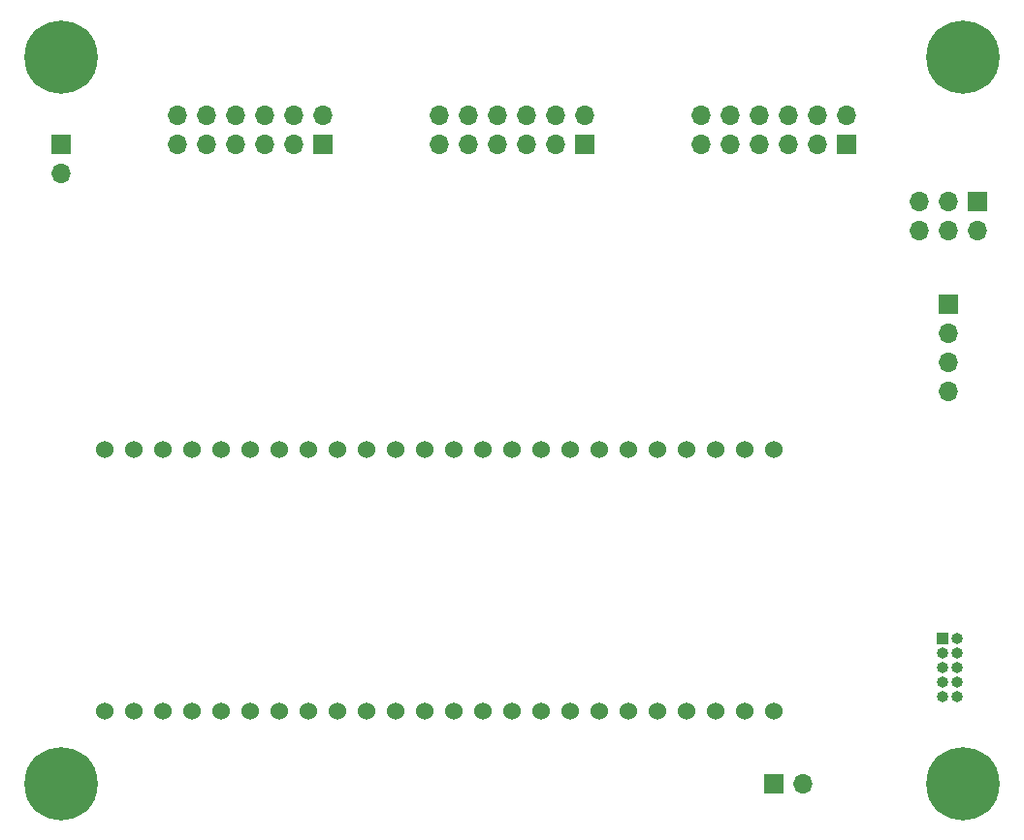
<source format=gbr>
%TF.GenerationSoftware,KiCad,Pcbnew,(6.0.10)*%
%TF.CreationDate,2023-01-05T14:16:52+01:00*%
%TF.ProjectId,pmod_hk-w801_baseboard,706d6f64-5f68-46b2-9d77-3830315f6261,rev?*%
%TF.SameCoordinates,Original*%
%TF.FileFunction,Soldermask,Bot*%
%TF.FilePolarity,Negative*%
%FSLAX46Y46*%
G04 Gerber Fmt 4.6, Leading zero omitted, Abs format (unit mm)*
G04 Created by KiCad (PCBNEW (6.0.10)) date 2023-01-05 14:16:52*
%MOMM*%
%LPD*%
G01*
G04 APERTURE LIST*
%ADD10R,1.700000X1.700000*%
%ADD11O,1.700000X1.700000*%
%ADD12C,0.800000*%
%ADD13C,6.400000*%
%ADD14R,1.000000X1.000000*%
%ADD15O,1.000000X1.000000*%
%ADD16C,1.524000*%
G04 APERTURE END LIST*
D10*
%TO.C,PMOD2*%
X96520000Y-30480000D03*
D11*
X96520000Y-27940000D03*
X93980000Y-30480000D03*
X93980000Y-27940000D03*
X91440000Y-30480000D03*
X91440000Y-27940000D03*
X88900000Y-30480000D03*
X88900000Y-27940000D03*
X86360000Y-30480000D03*
X86360000Y-27940000D03*
X83820000Y-30480000D03*
X83820000Y-27940000D03*
%TD*%
D10*
%TO.C,PMOD3*%
X119380000Y-30480000D03*
D11*
X119380000Y-27940000D03*
X116840000Y-30480000D03*
X116840000Y-27940000D03*
X114300000Y-30480000D03*
X114300000Y-27940000D03*
X111760000Y-30480000D03*
X111760000Y-27940000D03*
X109220000Y-30480000D03*
X109220000Y-27940000D03*
X106680000Y-30480000D03*
X106680000Y-27940000D03*
%TD*%
D10*
%TO.C,PMOD1*%
X73660000Y-30480000D03*
D11*
X73660000Y-27940000D03*
X71120000Y-30480000D03*
X71120000Y-27940000D03*
X68580000Y-30480000D03*
X68580000Y-27940000D03*
X66040000Y-30480000D03*
X66040000Y-27940000D03*
X63500000Y-30480000D03*
X63500000Y-27940000D03*
X60960000Y-30480000D03*
X60960000Y-27940000D03*
%TD*%
D12*
%TO.C,H3*%
X52497056Y-88057056D03*
X49102944Y-84662944D03*
X50800000Y-83960000D03*
X48400000Y-86360000D03*
X52497056Y-84662944D03*
X49102944Y-88057056D03*
X53200000Y-86360000D03*
D13*
X50800000Y-86360000D03*
D12*
X50800000Y-88760000D03*
%TD*%
%TO.C,H1*%
X50800000Y-20460000D03*
X52497056Y-24557056D03*
X50800000Y-25260000D03*
X53200000Y-22860000D03*
X48400000Y-22860000D03*
X52497056Y-21162944D03*
X49102944Y-24557056D03*
D13*
X50800000Y-22860000D03*
D12*
X49102944Y-21162944D03*
%TD*%
D10*
%TO.C,J2*%
X130795000Y-35555000D03*
D11*
X130795000Y-38095000D03*
X128255000Y-35555000D03*
X128255000Y-38095000D03*
X125715000Y-35555000D03*
X125715000Y-38095000D03*
%TD*%
D12*
%TO.C,H4*%
X131237056Y-84662944D03*
X127842944Y-88057056D03*
D13*
X129540000Y-86360000D03*
D12*
X127140000Y-86360000D03*
X129540000Y-88760000D03*
X131237056Y-88057056D03*
X127842944Y-84662944D03*
X131940000Y-86360000D03*
X129540000Y-83960000D03*
%TD*%
D10*
%TO.C,J5*%
X128270000Y-44450000D03*
D11*
X128270000Y-46990000D03*
X128270000Y-49530000D03*
X128270000Y-52070000D03*
%TD*%
D10*
%TO.C,J1*%
X113030000Y-86360000D03*
D11*
X115570000Y-86360000D03*
%TD*%
D12*
%TO.C,H2*%
X131237056Y-21162944D03*
X131237056Y-24557056D03*
X127842944Y-21162944D03*
D13*
X129540000Y-22860000D03*
D12*
X129540000Y-25260000D03*
X131940000Y-22860000D03*
X129540000Y-20460000D03*
X127140000Y-22860000D03*
X127842944Y-24557056D03*
%TD*%
D14*
%TO.C,J4*%
X127770000Y-73660000D03*
D15*
X129040000Y-73660000D03*
X127770000Y-74930000D03*
X129040000Y-74930000D03*
X127770000Y-76200000D03*
X129040000Y-76200000D03*
X127770000Y-77470000D03*
X129040000Y-77470000D03*
X127770000Y-78740000D03*
X129040000Y-78740000D03*
%TD*%
D10*
%TO.C,J3*%
X50800000Y-30480000D03*
D11*
X50800000Y-33020000D03*
%TD*%
D16*
%TO.C,U1*%
X54610000Y-80010000D03*
X57150000Y-80010000D03*
X59690000Y-80010000D03*
X62230000Y-80010000D03*
X64770000Y-80010000D03*
X67310000Y-80010000D03*
X69850000Y-80010000D03*
X72390000Y-80010000D03*
X74930000Y-80010000D03*
X77470000Y-80010000D03*
X80010000Y-80010000D03*
X82550000Y-80010000D03*
X85090000Y-80010000D03*
X87630000Y-80010000D03*
X90170000Y-80010000D03*
X92710000Y-80010000D03*
X95250000Y-80010000D03*
X97790000Y-80010000D03*
X100330000Y-80010000D03*
X102870000Y-80010000D03*
X105410000Y-80010000D03*
X107950000Y-80010000D03*
X110490000Y-80010000D03*
X113030000Y-80010000D03*
X113030000Y-57150000D03*
X110490000Y-57150000D03*
X107950000Y-57150000D03*
X105410000Y-57150000D03*
X102870000Y-57150000D03*
X100330000Y-57150000D03*
X97790000Y-57150000D03*
X95250000Y-57150000D03*
X92710000Y-57150000D03*
X90170000Y-57150000D03*
X87630000Y-57150000D03*
X85090000Y-57150000D03*
X82550000Y-57150000D03*
X80010000Y-57150000D03*
X77470000Y-57150000D03*
X74930000Y-57150000D03*
X72390000Y-57150000D03*
X69850000Y-57150000D03*
X67310000Y-57150000D03*
X64770000Y-57150000D03*
X62230000Y-57150000D03*
X59690000Y-57150000D03*
X57150000Y-57150000D03*
X54610000Y-57150000D03*
%TD*%
M02*

</source>
